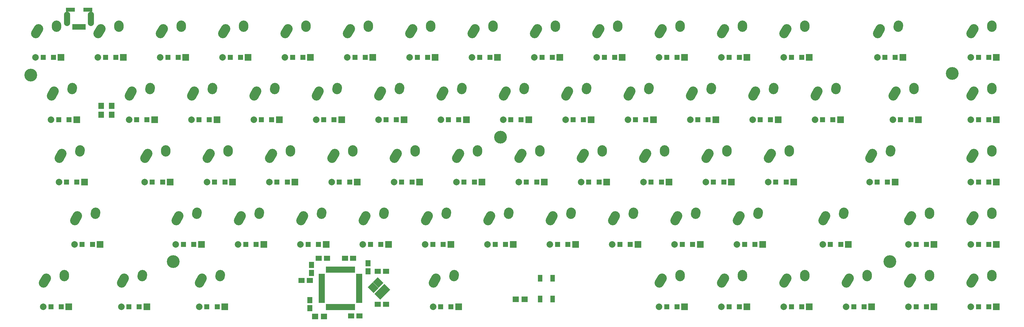
<source format=gbs>
G04 #@! TF.FileFunction,Soldermask,Bot*
%FSLAX46Y46*%
G04 Gerber Fmt 4.6, Leading zero omitted, Abs format (unit mm)*
G04 Created by KiCad (PCBNEW 4.0.7) date 02/17/18 00:52:53*
%MOMM*%
%LPD*%
G01*
G04 APERTURE LIST*
%ADD10C,0.100000*%
%ADD11C,2.900000*%
%ADD12R,0.950000X1.900000*%
%ADD13R,1.900000X0.950000*%
%ADD14R,1.650000X1.900000*%
%ADD15R,1.900000X1.650000*%
%ADD16R,1.600000X1.600000*%
%ADD17R,2.000000X2.000000*%
%ADD18C,2.000000*%
%ADD19R,2.750000X1.200000*%
%ADD20R,0.900000X1.800000*%
%ADD21O,1.900000X4.400000*%
%ADD22R,1.900000X1.700000*%
%ADD23R,1.700000X1.900000*%
%ADD24R,1.400000X2.100000*%
%ADD25C,3.900000*%
G04 APERTURE END LIST*
D10*
D11*
X104156703Y-38862546D02*
X103345797Y-40322454D01*
X109695974Y-37783172D02*
X109656526Y-38361828D01*
X85106703Y-38862546D02*
X84295797Y-40322454D01*
X90645974Y-37783172D02*
X90606526Y-38361828D01*
D12*
X173382500Y-112455000D03*
X174182500Y-112455000D03*
X174982500Y-112455000D03*
X175782500Y-112455000D03*
X176582500Y-112455000D03*
X177382500Y-112455000D03*
X178182500Y-112455000D03*
X178982500Y-112455000D03*
X179782500Y-112455000D03*
X180582500Y-112455000D03*
X181382500Y-112455000D03*
D13*
X183082500Y-114155000D03*
X183082500Y-114955000D03*
X183082500Y-115755000D03*
X183082500Y-116555000D03*
X183082500Y-117355000D03*
X183082500Y-118155000D03*
X183082500Y-118955000D03*
X183082500Y-119755000D03*
X183082500Y-120555000D03*
X183082500Y-121355000D03*
X183082500Y-122155000D03*
D12*
X181382500Y-123855000D03*
X180582500Y-123855000D03*
X179782500Y-123855000D03*
X178982500Y-123855000D03*
X178182500Y-123855000D03*
X177382500Y-123855000D03*
X176582500Y-123855000D03*
X175782500Y-123855000D03*
X174982500Y-123855000D03*
X174182500Y-123855000D03*
X173382500Y-123855000D03*
D13*
X171682500Y-122155000D03*
X171682500Y-121355000D03*
X171682500Y-120555000D03*
X171682500Y-119755000D03*
X171682500Y-118955000D03*
X171682500Y-118155000D03*
X171682500Y-117355000D03*
X171682500Y-116555000D03*
X171682500Y-115755000D03*
X171682500Y-114955000D03*
X171682500Y-114155000D03*
D14*
X185750000Y-113000000D03*
X185750000Y-110500000D03*
X168000000Y-124250000D03*
X168000000Y-121750000D03*
D15*
X180625000Y-126625000D03*
X183125000Y-126625000D03*
D14*
X168500000Y-111000000D03*
X168500000Y-113500000D03*
D15*
X173250000Y-109000000D03*
X170750000Y-109000000D03*
X188750000Y-123000000D03*
X191250000Y-123000000D03*
X191250000Y-113000000D03*
X188750000Y-113000000D03*
X178750000Y-109000000D03*
X181250000Y-109000000D03*
X165500000Y-115750000D03*
X168000000Y-115750000D03*
D16*
X86531250Y-47625000D03*
X89681250Y-47625000D03*
D17*
X92006250Y-47625000D03*
D18*
X84206250Y-47625000D03*
D16*
X91293750Y-66675000D03*
X94443750Y-66675000D03*
D17*
X96768750Y-66675000D03*
D18*
X88968750Y-66675000D03*
D16*
X93675000Y-85725000D03*
X96825000Y-85725000D03*
D17*
X99150000Y-85725000D03*
D18*
X91350000Y-85725000D03*
D16*
X98437500Y-104775000D03*
X101587500Y-104775000D03*
D17*
X103912500Y-104775000D03*
D18*
X96112500Y-104775000D03*
D16*
X88912500Y-123825000D03*
X92062500Y-123825000D03*
D17*
X94387500Y-123825000D03*
D18*
X86587500Y-123825000D03*
D16*
X105581250Y-47625000D03*
X108731250Y-47625000D03*
D17*
X111056250Y-47625000D03*
D18*
X103256250Y-47625000D03*
D16*
X115106250Y-66675000D03*
X118256250Y-66675000D03*
D17*
X120581250Y-66675000D03*
D18*
X112781250Y-66675000D03*
D16*
X119868750Y-85725000D03*
X123018750Y-85725000D03*
D17*
X125343750Y-85725000D03*
D18*
X117543750Y-85725000D03*
D16*
X129393750Y-104775000D03*
X132543750Y-104775000D03*
D17*
X134868750Y-104775000D03*
D18*
X127068750Y-104775000D03*
D16*
X112725000Y-123825000D03*
X115875000Y-123825000D03*
D17*
X118200000Y-123825000D03*
D18*
X110400000Y-123825000D03*
D16*
X136537500Y-123825000D03*
X139687500Y-123825000D03*
D17*
X142012500Y-123825000D03*
D18*
X134212500Y-123825000D03*
D16*
X124631250Y-47625000D03*
X127781250Y-47625000D03*
D17*
X130106250Y-47625000D03*
D18*
X122306250Y-47625000D03*
D16*
X134156250Y-66675000D03*
X137306250Y-66675000D03*
D17*
X139631250Y-66675000D03*
D18*
X131831250Y-66675000D03*
D16*
X138918750Y-85725000D03*
X142068750Y-85725000D03*
D17*
X144393750Y-85725000D03*
D18*
X136593750Y-85725000D03*
D16*
X148443750Y-104775000D03*
X151593750Y-104775000D03*
D17*
X153918750Y-104775000D03*
D18*
X146118750Y-104775000D03*
D16*
X143681250Y-47625000D03*
X146831250Y-47625000D03*
D17*
X149156250Y-47625000D03*
D18*
X141356250Y-47625000D03*
D16*
X153206250Y-66675000D03*
X156356250Y-66675000D03*
D17*
X158681250Y-66675000D03*
D18*
X150881250Y-66675000D03*
D16*
X157968750Y-85725000D03*
X161118750Y-85725000D03*
D17*
X163443750Y-85725000D03*
D18*
X155643750Y-85725000D03*
D16*
X167493750Y-104775000D03*
X170643750Y-104775000D03*
D17*
X172968750Y-104775000D03*
D18*
X165168750Y-104775000D03*
D16*
X162731250Y-47625000D03*
X165881250Y-47625000D03*
D17*
X168206250Y-47625000D03*
D18*
X160406250Y-47625000D03*
D16*
X172256250Y-66675000D03*
X175406250Y-66675000D03*
D17*
X177731250Y-66675000D03*
D18*
X169931250Y-66675000D03*
D16*
X177018750Y-85725000D03*
X180168750Y-85725000D03*
D17*
X182493750Y-85725000D03*
D18*
X174693750Y-85725000D03*
D16*
X186543750Y-104775000D03*
X189693750Y-104775000D03*
D17*
X192018750Y-104775000D03*
D18*
X184218750Y-104775000D03*
D16*
X181781250Y-47625000D03*
X184931250Y-47625000D03*
D17*
X187256250Y-47625000D03*
D18*
X179456250Y-47625000D03*
D16*
X191306250Y-66675000D03*
X194456250Y-66675000D03*
D17*
X196781250Y-66675000D03*
D18*
X188981250Y-66675000D03*
D16*
X196068750Y-85725000D03*
X199218750Y-85725000D03*
D17*
X201543750Y-85725000D03*
D18*
X193743750Y-85725000D03*
D16*
X205593750Y-104775000D03*
X208743750Y-104775000D03*
D17*
X211068750Y-104775000D03*
D18*
X203268750Y-104775000D03*
D16*
X200831250Y-47625000D03*
X203981250Y-47625000D03*
D17*
X206306250Y-47625000D03*
D18*
X198506250Y-47625000D03*
D16*
X210356250Y-66675000D03*
X213506250Y-66675000D03*
D17*
X215831250Y-66675000D03*
D18*
X208031250Y-66675000D03*
D16*
X215118750Y-85725000D03*
X218268750Y-85725000D03*
D17*
X220593750Y-85725000D03*
D18*
X212793750Y-85725000D03*
D16*
X224643750Y-104775000D03*
X227793750Y-104775000D03*
D17*
X230118750Y-104775000D03*
D18*
X222318750Y-104775000D03*
D16*
X207975000Y-123825000D03*
X211125000Y-123825000D03*
D17*
X213450000Y-123825000D03*
D18*
X205650000Y-123825000D03*
D16*
X219881250Y-47625000D03*
X223031250Y-47625000D03*
D17*
X225356250Y-47625000D03*
D18*
X217556250Y-47625000D03*
D16*
X229406250Y-66675000D03*
X232556250Y-66675000D03*
D17*
X234881250Y-66675000D03*
D18*
X227081250Y-66675000D03*
D16*
X234168750Y-85725000D03*
X237318750Y-85725000D03*
D17*
X239643750Y-85725000D03*
D18*
X231843750Y-85725000D03*
D16*
X243693750Y-104775000D03*
X246843750Y-104775000D03*
D17*
X249168750Y-104775000D03*
D18*
X241368750Y-104775000D03*
D16*
X238931250Y-47625000D03*
X242081250Y-47625000D03*
D17*
X244406250Y-47625000D03*
D18*
X236606250Y-47625000D03*
D16*
X248456250Y-66675000D03*
X251606250Y-66675000D03*
D17*
X253931250Y-66675000D03*
D18*
X246131250Y-66675000D03*
D16*
X253218750Y-85725000D03*
X256368750Y-85725000D03*
D17*
X258693750Y-85725000D03*
D18*
X250893750Y-85725000D03*
D16*
X262743750Y-104775000D03*
X265893750Y-104775000D03*
D17*
X268218750Y-104775000D03*
D18*
X260418750Y-104775000D03*
D16*
X257981250Y-47625000D03*
X261131250Y-47625000D03*
D17*
X263456250Y-47625000D03*
D18*
X255656250Y-47625000D03*
D16*
X267506250Y-66675000D03*
X270656250Y-66675000D03*
D17*
X272981250Y-66675000D03*
D18*
X265181250Y-66675000D03*
D16*
X272268750Y-85725000D03*
X275418750Y-85725000D03*
D17*
X277743750Y-85725000D03*
D18*
X269943750Y-85725000D03*
D16*
X281793750Y-104775000D03*
X284943750Y-104775000D03*
D17*
X287268750Y-104775000D03*
D18*
X279468750Y-104775000D03*
D16*
X277031250Y-47625000D03*
X280181250Y-47625000D03*
D17*
X282506250Y-47625000D03*
D18*
X274706250Y-47625000D03*
D16*
X286556250Y-66675000D03*
X289706250Y-66675000D03*
D17*
X292031250Y-66675000D03*
D18*
X284231250Y-66675000D03*
D16*
X291318750Y-85725000D03*
X294468750Y-85725000D03*
D17*
X296793750Y-85725000D03*
D18*
X288993750Y-85725000D03*
D16*
X300843750Y-104775000D03*
X303993750Y-104775000D03*
D17*
X306318750Y-104775000D03*
D18*
X298518750Y-104775000D03*
D16*
X277031250Y-123825000D03*
X280181250Y-123825000D03*
D17*
X282506250Y-123825000D03*
D18*
X274706250Y-123825000D03*
D16*
X296081250Y-47625000D03*
X299231250Y-47625000D03*
D17*
X301556250Y-47625000D03*
D18*
X293756250Y-47625000D03*
D16*
X305606250Y-66675000D03*
X308756250Y-66675000D03*
D17*
X311081250Y-66675000D03*
D18*
X303281250Y-66675000D03*
D16*
X310368750Y-85725000D03*
X313518750Y-85725000D03*
D17*
X315843750Y-85725000D03*
D18*
X308043750Y-85725000D03*
D16*
X296081250Y-123825000D03*
X299231250Y-123825000D03*
D17*
X301556250Y-123825000D03*
D18*
X293756250Y-123825000D03*
D16*
X315131250Y-47625000D03*
X318281250Y-47625000D03*
D17*
X320606250Y-47625000D03*
D18*
X312806250Y-47625000D03*
D16*
X324656250Y-66675000D03*
X327806250Y-66675000D03*
D17*
X330131250Y-66675000D03*
D18*
X322331250Y-66675000D03*
D16*
X341325000Y-85725000D03*
X344475000Y-85725000D03*
D17*
X346800000Y-85725000D03*
D18*
X339000000Y-85725000D03*
D16*
X353231250Y-104775000D03*
X356381250Y-104775000D03*
D17*
X358706250Y-104775000D03*
D18*
X350906250Y-104775000D03*
D16*
X315131250Y-123825000D03*
X318281250Y-123825000D03*
D17*
X320606250Y-123825000D03*
D18*
X312806250Y-123825000D03*
D16*
X343706250Y-47625000D03*
X346856250Y-47625000D03*
D17*
X349181250Y-47625000D03*
D18*
X341381250Y-47625000D03*
D16*
X348468750Y-66675000D03*
X351618750Y-66675000D03*
D17*
X353943750Y-66675000D03*
D18*
X346143750Y-66675000D03*
D16*
X372281250Y-85725000D03*
X375431250Y-85725000D03*
D17*
X377756250Y-85725000D03*
D18*
X369956250Y-85725000D03*
D16*
X372281250Y-104775000D03*
X375431250Y-104775000D03*
D17*
X377756250Y-104775000D03*
D18*
X369956250Y-104775000D03*
D16*
X353231250Y-123825000D03*
X356381250Y-123825000D03*
D17*
X358706250Y-123825000D03*
D18*
X350906250Y-123825000D03*
D16*
X372281250Y-47625000D03*
X375431250Y-47625000D03*
D17*
X377756250Y-47625000D03*
D18*
X369956250Y-47625000D03*
D16*
X372281250Y-66675000D03*
X375431250Y-66675000D03*
D17*
X377756250Y-66675000D03*
D18*
X369956250Y-66675000D03*
D16*
X372281250Y-123825000D03*
X375431250Y-123825000D03*
D17*
X377756250Y-123825000D03*
D18*
X369956250Y-123825000D03*
D19*
X100175000Y-33050000D03*
X94825000Y-33050000D03*
D20*
X95900000Y-38250000D03*
X96700000Y-38250000D03*
X97500000Y-38250000D03*
X98300000Y-38250000D03*
X99100000Y-38250000D03*
D21*
X93850000Y-35850000D03*
X101150000Y-35850000D03*
D11*
X89869203Y-57912546D02*
X89058297Y-59372454D01*
X95408474Y-56833172D02*
X95369026Y-57411828D01*
X92250453Y-76962546D02*
X91439547Y-78422454D01*
X97789724Y-75883172D02*
X97750276Y-76461828D01*
X97012953Y-96012546D02*
X96202047Y-97472454D01*
X102552224Y-94933172D02*
X102512776Y-95511828D01*
X87487953Y-115062546D02*
X86677047Y-116522454D01*
X93027224Y-113983172D02*
X92987776Y-114561828D01*
X113681703Y-57912546D02*
X112870797Y-59372454D01*
X119220974Y-56833172D02*
X119181526Y-57411828D01*
X118444203Y-76962546D02*
X117633297Y-78422454D01*
X123983474Y-75883172D02*
X123944026Y-76461828D01*
X127969203Y-96012546D02*
X127158297Y-97472454D01*
X133508474Y-94933172D02*
X133469026Y-95511828D01*
X111300453Y-115062546D02*
X110489547Y-116522454D01*
X116839724Y-113983172D02*
X116800276Y-114561828D01*
X135112953Y-115062546D02*
X134302047Y-116522454D01*
X140652224Y-113983172D02*
X140612776Y-114561828D01*
X123206703Y-38862546D02*
X122395797Y-40322454D01*
X128745974Y-37783172D02*
X128706526Y-38361828D01*
X132731703Y-57912546D02*
X131920797Y-59372454D01*
X138270974Y-56833172D02*
X138231526Y-57411828D01*
X137494203Y-76962546D02*
X136683297Y-78422454D01*
X143033474Y-75883172D02*
X142994026Y-76461828D01*
X147019203Y-96012546D02*
X146208297Y-97472454D01*
X152558474Y-94933172D02*
X152519026Y-95511828D01*
X142256703Y-38862546D02*
X141445797Y-40322454D01*
X147795974Y-37783172D02*
X147756526Y-38361828D01*
X151781703Y-57912546D02*
X150970797Y-59372454D01*
X157320974Y-56833172D02*
X157281526Y-57411828D01*
X156544203Y-76962546D02*
X155733297Y-78422454D01*
X162083474Y-75883172D02*
X162044026Y-76461828D01*
X166069203Y-96012546D02*
X165258297Y-97472454D01*
X171608474Y-94933172D02*
X171569026Y-95511828D01*
X161306703Y-38862546D02*
X160495797Y-40322454D01*
X166845974Y-37783172D02*
X166806526Y-38361828D01*
X170831703Y-57912546D02*
X170020797Y-59372454D01*
X176370974Y-56833172D02*
X176331526Y-57411828D01*
X175594203Y-76962546D02*
X174783297Y-78422454D01*
X181133474Y-75883172D02*
X181094026Y-76461828D01*
X185119203Y-96012546D02*
X184308297Y-97472454D01*
X190658474Y-94933172D02*
X190619026Y-95511828D01*
X180356703Y-38862546D02*
X179545797Y-40322454D01*
X185895974Y-37783172D02*
X185856526Y-38361828D01*
X189881703Y-57912546D02*
X189070797Y-59372454D01*
X195420974Y-56833172D02*
X195381526Y-57411828D01*
X194644203Y-76962546D02*
X193833297Y-78422454D01*
X200183474Y-75883172D02*
X200144026Y-76461828D01*
X204169203Y-96012546D02*
X203358297Y-97472454D01*
X209708474Y-94933172D02*
X209669026Y-95511828D01*
X199406703Y-38862546D02*
X198595797Y-40322454D01*
X204945974Y-37783172D02*
X204906526Y-38361828D01*
X208931703Y-57912546D02*
X208120797Y-59372454D01*
X214470974Y-56833172D02*
X214431526Y-57411828D01*
X213694203Y-76962546D02*
X212883297Y-78422454D01*
X219233474Y-75883172D02*
X219194026Y-76461828D01*
X223219203Y-96012546D02*
X222408297Y-97472454D01*
X228758474Y-94933172D02*
X228719026Y-95511828D01*
X206550453Y-115062546D02*
X205739547Y-116522454D01*
X212089724Y-113983172D02*
X212050276Y-114561828D01*
X218456703Y-38862546D02*
X217645797Y-40322454D01*
X223995974Y-37783172D02*
X223956526Y-38361828D01*
X227981703Y-57912546D02*
X227170797Y-59372454D01*
X233520974Y-56833172D02*
X233481526Y-57411828D01*
X232744203Y-76962546D02*
X231933297Y-78422454D01*
X238283474Y-75883172D02*
X238244026Y-76461828D01*
X242269203Y-96012546D02*
X241458297Y-97472454D01*
X247808474Y-94933172D02*
X247769026Y-95511828D01*
X237506703Y-38862546D02*
X236695797Y-40322454D01*
X243045974Y-37783172D02*
X243006526Y-38361828D01*
X247031703Y-57912546D02*
X246220797Y-59372454D01*
X252570974Y-56833172D02*
X252531526Y-57411828D01*
X251794203Y-76962546D02*
X250983297Y-78422454D01*
X257333474Y-75883172D02*
X257294026Y-76461828D01*
X261319203Y-96012546D02*
X260508297Y-97472454D01*
X266858474Y-94933172D02*
X266819026Y-95511828D01*
X256556703Y-38862546D02*
X255745797Y-40322454D01*
X262095974Y-37783172D02*
X262056526Y-38361828D01*
X266081703Y-57912546D02*
X265270797Y-59372454D01*
X271620974Y-56833172D02*
X271581526Y-57411828D01*
X270844203Y-76962546D02*
X270033297Y-78422454D01*
X276383474Y-75883172D02*
X276344026Y-76461828D01*
X280369203Y-96012546D02*
X279558297Y-97472454D01*
X285908474Y-94933172D02*
X285869026Y-95511828D01*
X275606703Y-38862546D02*
X274795797Y-40322454D01*
X281145974Y-37783172D02*
X281106526Y-38361828D01*
X285131703Y-57912546D02*
X284320797Y-59372454D01*
X290670974Y-56833172D02*
X290631526Y-57411828D01*
X289894203Y-76962546D02*
X289083297Y-78422454D01*
X295433474Y-75883172D02*
X295394026Y-76461828D01*
X299419203Y-96012546D02*
X298608297Y-97472454D01*
X304958474Y-94933172D02*
X304919026Y-95511828D01*
X275606703Y-115062546D02*
X274795797Y-116522454D01*
X281145974Y-113983172D02*
X281106526Y-114561828D01*
X294656703Y-38862546D02*
X293845797Y-40322454D01*
X300195974Y-37783172D02*
X300156526Y-38361828D01*
X304181703Y-57912546D02*
X303370797Y-59372454D01*
X309720974Y-56833172D02*
X309681526Y-57411828D01*
X308944203Y-76962546D02*
X308133297Y-78422454D01*
X314483474Y-75883172D02*
X314444026Y-76461828D01*
X294656703Y-115062546D02*
X293845797Y-116522454D01*
X300195974Y-113983172D02*
X300156526Y-114561828D01*
X313706703Y-38862546D02*
X312895797Y-40322454D01*
X319245974Y-37783172D02*
X319206526Y-38361828D01*
X323231703Y-57912546D02*
X322420797Y-59372454D01*
X328770974Y-56833172D02*
X328731526Y-57411828D01*
X339900453Y-76962546D02*
X339089547Y-78422454D01*
X345439724Y-75883172D02*
X345400276Y-76461828D01*
X351806703Y-96012546D02*
X350995797Y-97472454D01*
X357345974Y-94933172D02*
X357306526Y-95511828D01*
X313706703Y-115062546D02*
X312895797Y-116522454D01*
X319245974Y-113983172D02*
X319206526Y-114561828D01*
X342281703Y-38862546D02*
X341470797Y-40322454D01*
X347820974Y-37783172D02*
X347781526Y-38361828D01*
X347044203Y-57912546D02*
X346233297Y-59372454D01*
X352583474Y-56833172D02*
X352544026Y-57411828D01*
X370856703Y-76962546D02*
X370045797Y-78422454D01*
X376395974Y-75883172D02*
X376356526Y-76461828D01*
X370856703Y-96012546D02*
X370045797Y-97472454D01*
X376395974Y-94933172D02*
X376356526Y-95511828D01*
X351806703Y-115062546D02*
X350995797Y-116522454D01*
X357345974Y-113983172D02*
X357306526Y-114561828D01*
X370856703Y-38862546D02*
X370045797Y-40322454D01*
X376395974Y-37783172D02*
X376356526Y-38361828D01*
X370856703Y-57912546D02*
X370045797Y-59372454D01*
X376395974Y-56833172D02*
X376356526Y-57411828D01*
X370856703Y-115062546D02*
X370045797Y-116522454D01*
X376395974Y-113983172D02*
X376356526Y-114561828D01*
D22*
X233600000Y-121500000D03*
X230900000Y-121500000D03*
D23*
X104250000Y-65100000D03*
X104250000Y-62400000D03*
X107500000Y-65100000D03*
X107500000Y-62400000D03*
D22*
X169650000Y-126750000D03*
X172350000Y-126750000D03*
D24*
X242150000Y-121400000D03*
X242150000Y-115100000D03*
X238350000Y-121400000D03*
X238350000Y-115100000D03*
D10*
G36*
X187238490Y-116228134D02*
X188741091Y-114725533D01*
X190508858Y-116493300D01*
X189006257Y-117995901D01*
X187238490Y-116228134D01*
X187238490Y-116228134D01*
G37*
G36*
X189289099Y-118278743D02*
X190791700Y-116776142D01*
X192559467Y-118543909D01*
X191056866Y-120046510D01*
X189289099Y-118278743D01*
X189289099Y-118278743D01*
G37*
G36*
X187751142Y-119816700D02*
X189253743Y-118314099D01*
X191021510Y-120081866D01*
X189518909Y-121584467D01*
X187751142Y-119816700D01*
X187751142Y-119816700D01*
G37*
G36*
X185700533Y-117766091D02*
X187203134Y-116263490D01*
X188970901Y-118031257D01*
X187468300Y-119533858D01*
X185700533Y-117766091D01*
X185700533Y-117766091D01*
G37*
D16*
X334181250Y-123825000D03*
X337331250Y-123825000D03*
D17*
X339656250Y-123825000D03*
D18*
X331856250Y-123825000D03*
D11*
X332756703Y-115062546D02*
X331945797Y-116522454D01*
X338295974Y-113983172D02*
X338256526Y-114561828D01*
D16*
X327037500Y-104775000D03*
X330187500Y-104775000D03*
D17*
X332512500Y-104775000D03*
D18*
X324712500Y-104775000D03*
D11*
X325612953Y-96012546D02*
X324802047Y-97472454D01*
X331152224Y-94933172D02*
X331112776Y-95511828D01*
D25*
X82750000Y-53000000D03*
X126250000Y-110000000D03*
X364250000Y-52500000D03*
X345250000Y-110000000D03*
X226250000Y-72000000D03*
M02*

</source>
